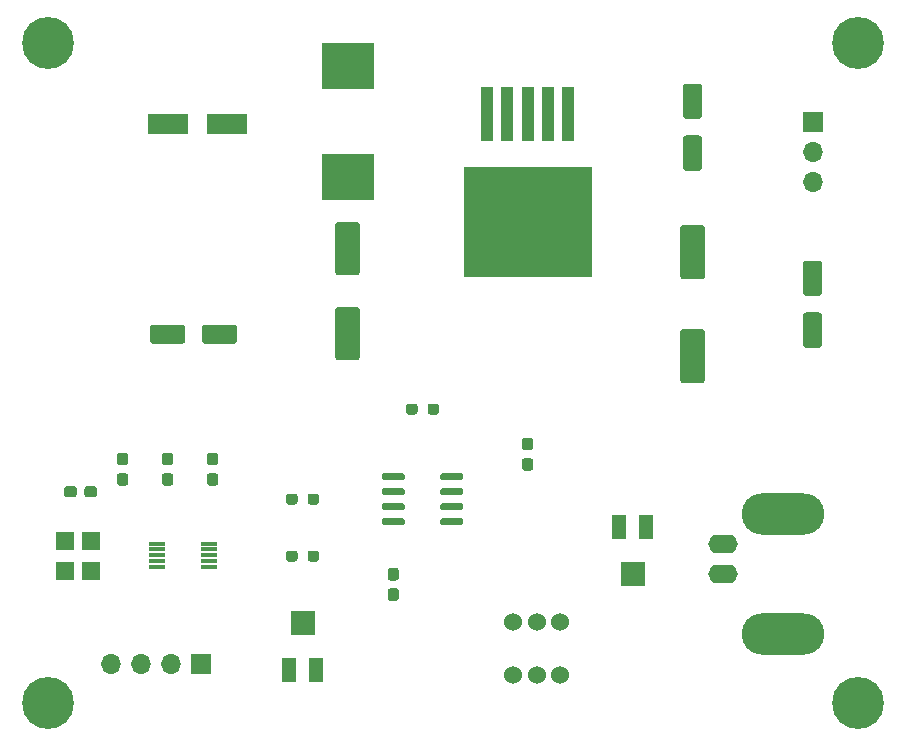
<source format=gbr>
%TF.GenerationSoftware,KiCad,Pcbnew,5.1.9*%
%TF.CreationDate,2021-03-27T23:39:32+08:00*%
%TF.ProjectId,ad-9833,61642d39-3833-4332-9e6b-696361645f70,rev?*%
%TF.SameCoordinates,Original*%
%TF.FileFunction,Soldermask,Top*%
%TF.FilePolarity,Negative*%
%FSLAX46Y46*%
G04 Gerber Fmt 4.6, Leading zero omitted, Abs format (unit mm)*
G04 Created by KiCad (PCBNEW 5.1.9) date 2021-03-27 23:39:32*
%MOMM*%
%LPD*%
G01*
G04 APERTURE LIST*
%ADD10C,1.524000*%
%ADD11R,4.500000X4.000000*%
%ADD12R,3.500000X1.800000*%
%ADD13C,0.700000*%
%ADD14C,4.400000*%
%ADD15O,1.700000X1.700000*%
%ADD16R,1.700000X1.700000*%
%ADD17R,1.500000X1.600000*%
%ADD18R,1.300000X2.000000*%
%ADD19R,2.000000X2.000000*%
%ADD20R,1.400000X0.300000*%
%ADD21R,10.800000X9.400000*%
%ADD22R,1.100000X4.600000*%
%ADD23O,2.500000X1.600000*%
%ADD24O,7.000000X3.500000*%
G04 APERTURE END LIST*
%TO.C,C4*%
G36*
G01*
X83129000Y-92820500D02*
X83129000Y-92345500D01*
G75*
G02*
X83366500Y-92108000I237500J0D01*
G01*
X83966500Y-92108000D01*
G75*
G02*
X84204000Y-92345500I0J-237500D01*
G01*
X84204000Y-92820500D01*
G75*
G02*
X83966500Y-93058000I-237500J0D01*
G01*
X83366500Y-93058000D01*
G75*
G02*
X83129000Y-92820500I0J237500D01*
G01*
G37*
G36*
G01*
X81404000Y-92820500D02*
X81404000Y-92345500D01*
G75*
G02*
X81641500Y-92108000I237500J0D01*
G01*
X82241500Y-92108000D01*
G75*
G02*
X82479000Y-92345500I0J-237500D01*
G01*
X82479000Y-92820500D01*
G75*
G02*
X82241500Y-93058000I-237500J0D01*
G01*
X81641500Y-93058000D01*
G75*
G02*
X81404000Y-92820500I0J237500D01*
G01*
G37*
%TD*%
D10*
%TO.C,SW1*%
X123412000Y-108132000D03*
X121412000Y-108132000D03*
X119412000Y-108132000D03*
X123412000Y-103632000D03*
X121412000Y-103632000D03*
X119412000Y-103632000D03*
%TD*%
D11*
%TO.C,L1*%
X105410000Y-65914000D03*
X105410000Y-56514000D03*
%TD*%
D12*
%TO.C,D1*%
X90210000Y-61468000D03*
X95210000Y-61468000D03*
%TD*%
%TO.C,U3*%
G36*
G01*
X113260000Y-91463000D02*
X113260000Y-91163000D01*
G75*
G02*
X113410000Y-91013000I150000J0D01*
G01*
X115060000Y-91013000D01*
G75*
G02*
X115210000Y-91163000I0J-150000D01*
G01*
X115210000Y-91463000D01*
G75*
G02*
X115060000Y-91613000I-150000J0D01*
G01*
X113410000Y-91613000D01*
G75*
G02*
X113260000Y-91463000I0J150000D01*
G01*
G37*
G36*
G01*
X113260000Y-92733000D02*
X113260000Y-92433000D01*
G75*
G02*
X113410000Y-92283000I150000J0D01*
G01*
X115060000Y-92283000D01*
G75*
G02*
X115210000Y-92433000I0J-150000D01*
G01*
X115210000Y-92733000D01*
G75*
G02*
X115060000Y-92883000I-150000J0D01*
G01*
X113410000Y-92883000D01*
G75*
G02*
X113260000Y-92733000I0J150000D01*
G01*
G37*
G36*
G01*
X113260000Y-94003000D02*
X113260000Y-93703000D01*
G75*
G02*
X113410000Y-93553000I150000J0D01*
G01*
X115060000Y-93553000D01*
G75*
G02*
X115210000Y-93703000I0J-150000D01*
G01*
X115210000Y-94003000D01*
G75*
G02*
X115060000Y-94153000I-150000J0D01*
G01*
X113410000Y-94153000D01*
G75*
G02*
X113260000Y-94003000I0J150000D01*
G01*
G37*
G36*
G01*
X113260000Y-95273000D02*
X113260000Y-94973000D01*
G75*
G02*
X113410000Y-94823000I150000J0D01*
G01*
X115060000Y-94823000D01*
G75*
G02*
X115210000Y-94973000I0J-150000D01*
G01*
X115210000Y-95273000D01*
G75*
G02*
X115060000Y-95423000I-150000J0D01*
G01*
X113410000Y-95423000D01*
G75*
G02*
X113260000Y-95273000I0J150000D01*
G01*
G37*
G36*
G01*
X108310000Y-95273000D02*
X108310000Y-94973000D01*
G75*
G02*
X108460000Y-94823000I150000J0D01*
G01*
X110110000Y-94823000D01*
G75*
G02*
X110260000Y-94973000I0J-150000D01*
G01*
X110260000Y-95273000D01*
G75*
G02*
X110110000Y-95423000I-150000J0D01*
G01*
X108460000Y-95423000D01*
G75*
G02*
X108310000Y-95273000I0J150000D01*
G01*
G37*
G36*
G01*
X108310000Y-94003000D02*
X108310000Y-93703000D01*
G75*
G02*
X108460000Y-93553000I150000J0D01*
G01*
X110110000Y-93553000D01*
G75*
G02*
X110260000Y-93703000I0J-150000D01*
G01*
X110260000Y-94003000D01*
G75*
G02*
X110110000Y-94153000I-150000J0D01*
G01*
X108460000Y-94153000D01*
G75*
G02*
X108310000Y-94003000I0J150000D01*
G01*
G37*
G36*
G01*
X108310000Y-92733000D02*
X108310000Y-92433000D01*
G75*
G02*
X108460000Y-92283000I150000J0D01*
G01*
X110110000Y-92283000D01*
G75*
G02*
X110260000Y-92433000I0J-150000D01*
G01*
X110260000Y-92733000D01*
G75*
G02*
X110110000Y-92883000I-150000J0D01*
G01*
X108460000Y-92883000D01*
G75*
G02*
X108310000Y-92733000I0J150000D01*
G01*
G37*
G36*
G01*
X108310000Y-91463000D02*
X108310000Y-91163000D01*
G75*
G02*
X108460000Y-91013000I150000J0D01*
G01*
X110110000Y-91013000D01*
G75*
G02*
X110260000Y-91163000I0J-150000D01*
G01*
X110260000Y-91463000D01*
G75*
G02*
X110110000Y-91613000I-150000J0D01*
G01*
X108460000Y-91613000D01*
G75*
G02*
X108310000Y-91463000I0J150000D01*
G01*
G37*
%TD*%
D13*
%TO.C,H4*%
X149756726Y-109323274D03*
X148590000Y-108840000D03*
X147423274Y-109323274D03*
X146940000Y-110490000D03*
X147423274Y-111656726D03*
X148590000Y-112140000D03*
X149756726Y-111656726D03*
X150240000Y-110490000D03*
D14*
X148590000Y-110490000D03*
%TD*%
D13*
%TO.C,H3*%
X81176726Y-109323274D03*
X80010000Y-108840000D03*
X78843274Y-109323274D03*
X78360000Y-110490000D03*
X78843274Y-111656726D03*
X80010000Y-112140000D03*
X81176726Y-111656726D03*
X81660000Y-110490000D03*
D14*
X80010000Y-110490000D03*
%TD*%
D13*
%TO.C,H2*%
X149756726Y-53443274D03*
X148590000Y-52960000D03*
X147423274Y-53443274D03*
X146940000Y-54610000D03*
X147423274Y-55776726D03*
X148590000Y-56260000D03*
X149756726Y-55776726D03*
X150240000Y-54610000D03*
D14*
X148590000Y-54610000D03*
%TD*%
D13*
%TO.C,H1*%
X81176726Y-53443274D03*
X80010000Y-52960000D03*
X78843274Y-53443274D03*
X78360000Y-54610000D03*
X78843274Y-55776726D03*
X80010000Y-56260000D03*
X81176726Y-55776726D03*
X81660000Y-54610000D03*
D14*
X80010000Y-54610000D03*
%TD*%
%TO.C,C3*%
G36*
G01*
X133819999Y-78808000D02*
X135420001Y-78808000D01*
G75*
G02*
X135670000Y-79057999I0J-249999D01*
G01*
X135670000Y-83158001D01*
G75*
G02*
X135420001Y-83408000I-249999J0D01*
G01*
X133819999Y-83408000D01*
G75*
G02*
X133570000Y-83158001I0J249999D01*
G01*
X133570000Y-79057999D01*
G75*
G02*
X133819999Y-78808000I249999J0D01*
G01*
G37*
G36*
G01*
X133819999Y-70008000D02*
X135420001Y-70008000D01*
G75*
G02*
X135670000Y-70257999I0J-249999D01*
G01*
X135670000Y-74358001D01*
G75*
G02*
X135420001Y-74608000I-249999J0D01*
G01*
X133819999Y-74608000D01*
G75*
G02*
X133570000Y-74358001I0J249999D01*
G01*
X133570000Y-70257999D01*
G75*
G02*
X133819999Y-70008000I249999J0D01*
G01*
G37*
%TD*%
D15*
%TO.C,J2*%
X85344000Y-107188000D03*
X87884000Y-107188000D03*
X90424000Y-107188000D03*
D16*
X92964000Y-107188000D03*
%TD*%
%TO.C,C8*%
G36*
G01*
X93070000Y-79798000D02*
X93070000Y-78698000D01*
G75*
G02*
X93320000Y-78448000I250000J0D01*
G01*
X95820000Y-78448000D01*
G75*
G02*
X96070000Y-78698000I0J-250000D01*
G01*
X96070000Y-79798000D01*
G75*
G02*
X95820000Y-80048000I-250000J0D01*
G01*
X93320000Y-80048000D01*
G75*
G02*
X93070000Y-79798000I0J250000D01*
G01*
G37*
G36*
G01*
X88670000Y-79798000D02*
X88670000Y-78698000D01*
G75*
G02*
X88920000Y-78448000I250000J0D01*
G01*
X91420000Y-78448000D01*
G75*
G02*
X91670000Y-78698000I0J-250000D01*
G01*
X91670000Y-79798000D01*
G75*
G02*
X91420000Y-80048000I-250000J0D01*
G01*
X88920000Y-80048000D01*
G75*
G02*
X88670000Y-79798000I0J250000D01*
G01*
G37*
%TD*%
%TO.C,C2*%
G36*
G01*
X144230000Y-77408000D02*
X145330000Y-77408000D01*
G75*
G02*
X145580000Y-77658000I0J-250000D01*
G01*
X145580000Y-80158000D01*
G75*
G02*
X145330000Y-80408000I-250000J0D01*
G01*
X144230000Y-80408000D01*
G75*
G02*
X143980000Y-80158000I0J250000D01*
G01*
X143980000Y-77658000D01*
G75*
G02*
X144230000Y-77408000I250000J0D01*
G01*
G37*
G36*
G01*
X144230000Y-73008000D02*
X145330000Y-73008000D01*
G75*
G02*
X145580000Y-73258000I0J-250000D01*
G01*
X145580000Y-75758000D01*
G75*
G02*
X145330000Y-76008000I-250000J0D01*
G01*
X144230000Y-76008000D01*
G75*
G02*
X143980000Y-75758000I0J250000D01*
G01*
X143980000Y-73258000D01*
G75*
G02*
X144230000Y-73008000I250000J0D01*
G01*
G37*
%TD*%
%TO.C,C1*%
G36*
G01*
X134070000Y-62422000D02*
X135170000Y-62422000D01*
G75*
G02*
X135420000Y-62672000I0J-250000D01*
G01*
X135420000Y-65172000D01*
G75*
G02*
X135170000Y-65422000I-250000J0D01*
G01*
X134070000Y-65422000D01*
G75*
G02*
X133820000Y-65172000I0J250000D01*
G01*
X133820000Y-62672000D01*
G75*
G02*
X134070000Y-62422000I250000J0D01*
G01*
G37*
G36*
G01*
X134070000Y-58022000D02*
X135170000Y-58022000D01*
G75*
G02*
X135420000Y-58272000I0J-250000D01*
G01*
X135420000Y-60772000D01*
G75*
G02*
X135170000Y-61022000I-250000J0D01*
G01*
X134070000Y-61022000D01*
G75*
G02*
X133820000Y-60772000I0J250000D01*
G01*
X133820000Y-58272000D01*
G75*
G02*
X134070000Y-58022000I250000J0D01*
G01*
G37*
%TD*%
D17*
%TO.C,X1*%
X83650000Y-96774000D03*
X83650000Y-99314000D03*
X81450000Y-99314000D03*
X81450000Y-96774000D03*
%TD*%
%TO.C,C5*%
G36*
G01*
X104609999Y-76959000D02*
X106210001Y-76959000D01*
G75*
G02*
X106460000Y-77208999I0J-249999D01*
G01*
X106460000Y-81209001D01*
G75*
G02*
X106210001Y-81459000I-249999J0D01*
G01*
X104609999Y-81459000D01*
G75*
G02*
X104360000Y-81209001I0J249999D01*
G01*
X104360000Y-77208999D01*
G75*
G02*
X104609999Y-76959000I249999J0D01*
G01*
G37*
G36*
G01*
X104609999Y-69759000D02*
X106210001Y-69759000D01*
G75*
G02*
X106460000Y-70008999I0J-249999D01*
G01*
X106460000Y-74009001D01*
G75*
G02*
X106210001Y-74259000I-249999J0D01*
G01*
X104609999Y-74259000D01*
G75*
G02*
X104360000Y-74009001I0J249999D01*
G01*
X104360000Y-70008999D01*
G75*
G02*
X104609999Y-69759000I249999J0D01*
G01*
G37*
%TD*%
D18*
%TO.C,RV2*%
X130690000Y-95568000D03*
D19*
X129540000Y-99568000D03*
D18*
X128390000Y-95568000D03*
%TD*%
%TO.C,RV1*%
X100450000Y-107664000D03*
D19*
X101600000Y-103664000D03*
D18*
X102750000Y-107664000D03*
%TD*%
D20*
%TO.C,U2*%
X93640000Y-96968000D03*
X93640000Y-97468000D03*
X93640000Y-97968000D03*
X93640000Y-98468000D03*
X93640000Y-98968000D03*
X89240000Y-98968000D03*
X89240000Y-98468000D03*
X89240000Y-97968000D03*
X89240000Y-97468000D03*
X89240000Y-96968000D03*
%TD*%
D21*
%TO.C,U1*%
X120650000Y-69738000D03*
D22*
X117250000Y-60588000D03*
X118950000Y-60588000D03*
X120650000Y-60588000D03*
X122350000Y-60588000D03*
X124050000Y-60588000D03*
%TD*%
%TO.C,R3*%
G36*
G01*
X112185000Y-85835500D02*
X112185000Y-85360500D01*
G75*
G02*
X112422500Y-85123000I237500J0D01*
G01*
X112922500Y-85123000D01*
G75*
G02*
X113160000Y-85360500I0J-237500D01*
G01*
X113160000Y-85835500D01*
G75*
G02*
X112922500Y-86073000I-237500J0D01*
G01*
X112422500Y-86073000D01*
G75*
G02*
X112185000Y-85835500I0J237500D01*
G01*
G37*
G36*
G01*
X110360000Y-85835500D02*
X110360000Y-85360500D01*
G75*
G02*
X110597500Y-85123000I237500J0D01*
G01*
X111097500Y-85123000D01*
G75*
G02*
X111335000Y-85360500I0J-237500D01*
G01*
X111335000Y-85835500D01*
G75*
G02*
X111097500Y-86073000I-237500J0D01*
G01*
X110597500Y-86073000D01*
G75*
G02*
X110360000Y-85835500I0J237500D01*
G01*
G37*
%TD*%
%TO.C,R2*%
G36*
G01*
X101175000Y-97806500D02*
X101175000Y-98281500D01*
G75*
G02*
X100937500Y-98519000I-237500J0D01*
G01*
X100437500Y-98519000D01*
G75*
G02*
X100200000Y-98281500I0J237500D01*
G01*
X100200000Y-97806500D01*
G75*
G02*
X100437500Y-97569000I237500J0D01*
G01*
X100937500Y-97569000D01*
G75*
G02*
X101175000Y-97806500I0J-237500D01*
G01*
G37*
G36*
G01*
X103000000Y-97806500D02*
X103000000Y-98281500D01*
G75*
G02*
X102762500Y-98519000I-237500J0D01*
G01*
X102262500Y-98519000D01*
G75*
G02*
X102025000Y-98281500I0J237500D01*
G01*
X102025000Y-97806500D01*
G75*
G02*
X102262500Y-97569000I237500J0D01*
G01*
X102762500Y-97569000D01*
G75*
G02*
X103000000Y-97806500I0J-237500D01*
G01*
G37*
%TD*%
%TO.C,R1*%
G36*
G01*
X101175000Y-92980500D02*
X101175000Y-93455500D01*
G75*
G02*
X100937500Y-93693000I-237500J0D01*
G01*
X100437500Y-93693000D01*
G75*
G02*
X100200000Y-93455500I0J237500D01*
G01*
X100200000Y-92980500D01*
G75*
G02*
X100437500Y-92743000I237500J0D01*
G01*
X100937500Y-92743000D01*
G75*
G02*
X101175000Y-92980500I0J-237500D01*
G01*
G37*
G36*
G01*
X103000000Y-92980500D02*
X103000000Y-93455500D01*
G75*
G02*
X102762500Y-93693000I-237500J0D01*
G01*
X102262500Y-93693000D01*
G75*
G02*
X102025000Y-93455500I0J237500D01*
G01*
X102025000Y-92980500D01*
G75*
G02*
X102262500Y-92743000I237500J0D01*
G01*
X102762500Y-92743000D01*
G75*
G02*
X103000000Y-92980500I0J-237500D01*
G01*
G37*
%TD*%
D23*
%TO.C,J3*%
X137160000Y-97028000D03*
X137160000Y-99568000D03*
D24*
X142240000Y-104648000D03*
X142240000Y-94488000D03*
%TD*%
D15*
%TO.C,J1*%
X144780000Y-66388000D03*
X144780000Y-63848000D03*
D16*
X144780000Y-61308000D03*
%TD*%
%TO.C,C11*%
G36*
G01*
X109047500Y-100755500D02*
X109522500Y-100755500D01*
G75*
G02*
X109760000Y-100993000I0J-237500D01*
G01*
X109760000Y-101593000D01*
G75*
G02*
X109522500Y-101830500I-237500J0D01*
G01*
X109047500Y-101830500D01*
G75*
G02*
X108810000Y-101593000I0J237500D01*
G01*
X108810000Y-100993000D01*
G75*
G02*
X109047500Y-100755500I237500J0D01*
G01*
G37*
G36*
G01*
X109047500Y-99030500D02*
X109522500Y-99030500D01*
G75*
G02*
X109760000Y-99268000I0J-237500D01*
G01*
X109760000Y-99868000D01*
G75*
G02*
X109522500Y-100105500I-237500J0D01*
G01*
X109047500Y-100105500D01*
G75*
G02*
X108810000Y-99868000I0J237500D01*
G01*
X108810000Y-99268000D01*
G75*
G02*
X109047500Y-99030500I237500J0D01*
G01*
G37*
%TD*%
%TO.C,C10*%
G36*
G01*
X120887500Y-89083000D02*
X120412500Y-89083000D01*
G75*
G02*
X120175000Y-88845500I0J237500D01*
G01*
X120175000Y-88245500D01*
G75*
G02*
X120412500Y-88008000I237500J0D01*
G01*
X120887500Y-88008000D01*
G75*
G02*
X121125000Y-88245500I0J-237500D01*
G01*
X121125000Y-88845500D01*
G75*
G02*
X120887500Y-89083000I-237500J0D01*
G01*
G37*
G36*
G01*
X120887500Y-90808000D02*
X120412500Y-90808000D01*
G75*
G02*
X120175000Y-90570500I0J237500D01*
G01*
X120175000Y-89970500D01*
G75*
G02*
X120412500Y-89733000I237500J0D01*
G01*
X120887500Y-89733000D01*
G75*
G02*
X121125000Y-89970500I0J-237500D01*
G01*
X121125000Y-90570500D01*
G75*
G02*
X120887500Y-90808000I-237500J0D01*
G01*
G37*
%TD*%
%TO.C,C9*%
G36*
G01*
X89932500Y-91003000D02*
X90407500Y-91003000D01*
G75*
G02*
X90645000Y-91240500I0J-237500D01*
G01*
X90645000Y-91840500D01*
G75*
G02*
X90407500Y-92078000I-237500J0D01*
G01*
X89932500Y-92078000D01*
G75*
G02*
X89695000Y-91840500I0J237500D01*
G01*
X89695000Y-91240500D01*
G75*
G02*
X89932500Y-91003000I237500J0D01*
G01*
G37*
G36*
G01*
X89932500Y-89278000D02*
X90407500Y-89278000D01*
G75*
G02*
X90645000Y-89515500I0J-237500D01*
G01*
X90645000Y-90115500D01*
G75*
G02*
X90407500Y-90353000I-237500J0D01*
G01*
X89932500Y-90353000D01*
G75*
G02*
X89695000Y-90115500I0J237500D01*
G01*
X89695000Y-89515500D01*
G75*
G02*
X89932500Y-89278000I237500J0D01*
G01*
G37*
%TD*%
%TO.C,C7*%
G36*
G01*
X93742500Y-91003000D02*
X94217500Y-91003000D01*
G75*
G02*
X94455000Y-91240500I0J-237500D01*
G01*
X94455000Y-91840500D01*
G75*
G02*
X94217500Y-92078000I-237500J0D01*
G01*
X93742500Y-92078000D01*
G75*
G02*
X93505000Y-91840500I0J237500D01*
G01*
X93505000Y-91240500D01*
G75*
G02*
X93742500Y-91003000I237500J0D01*
G01*
G37*
G36*
G01*
X93742500Y-89278000D02*
X94217500Y-89278000D01*
G75*
G02*
X94455000Y-89515500I0J-237500D01*
G01*
X94455000Y-90115500D01*
G75*
G02*
X94217500Y-90353000I-237500J0D01*
G01*
X93742500Y-90353000D01*
G75*
G02*
X93505000Y-90115500I0J237500D01*
G01*
X93505000Y-89515500D01*
G75*
G02*
X93742500Y-89278000I237500J0D01*
G01*
G37*
%TD*%
%TO.C,C6*%
G36*
G01*
X86122500Y-91003000D02*
X86597500Y-91003000D01*
G75*
G02*
X86835000Y-91240500I0J-237500D01*
G01*
X86835000Y-91840500D01*
G75*
G02*
X86597500Y-92078000I-237500J0D01*
G01*
X86122500Y-92078000D01*
G75*
G02*
X85885000Y-91840500I0J237500D01*
G01*
X85885000Y-91240500D01*
G75*
G02*
X86122500Y-91003000I237500J0D01*
G01*
G37*
G36*
G01*
X86122500Y-89278000D02*
X86597500Y-89278000D01*
G75*
G02*
X86835000Y-89515500I0J-237500D01*
G01*
X86835000Y-90115500D01*
G75*
G02*
X86597500Y-90353000I-237500J0D01*
G01*
X86122500Y-90353000D01*
G75*
G02*
X85885000Y-90115500I0J237500D01*
G01*
X85885000Y-89515500D01*
G75*
G02*
X86122500Y-89278000I237500J0D01*
G01*
G37*
%TD*%
M02*

</source>
